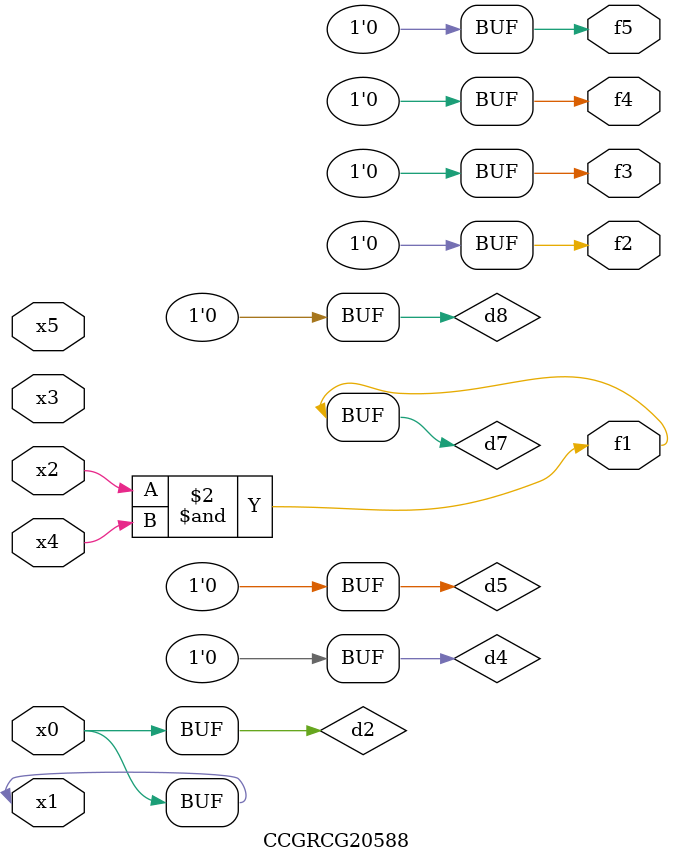
<source format=v>
module CCGRCG20588(
	input x0, x1, x2, x3, x4, x5,
	output f1, f2, f3, f4, f5
);

	wire d1, d2, d3, d4, d5, d6, d7, d8, d9;

	nand (d1, x1);
	buf (d2, x0, x1);
	nand (d3, x2, x4);
	and (d4, d1, d2);
	and (d5, d1, d2);
	nand (d6, d1, d3);
	not (d7, d3);
	xor (d8, d5);
	nor (d9, d5, d6);
	assign f1 = d7;
	assign f2 = d8;
	assign f3 = d8;
	assign f4 = d8;
	assign f5 = d8;
endmodule

</source>
